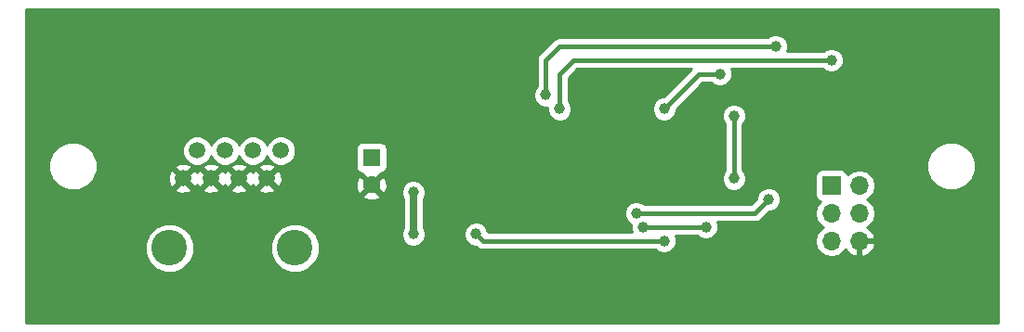
<source format=gbl>
G04 #@! TF.FileFunction,Copper,L2,Bot,Signal*
%FSLAX46Y46*%
G04 Gerber Fmt 4.6, Leading zero omitted, Abs format (unit mm)*
G04 Created by KiCad (PCBNEW 4.0.7-e2-6376~58~ubuntu17.04.1) date Mon Oct 30 22:15:39 2017*
%MOMM*%
%LPD*%
G01*
G04 APERTURE LIST*
%ADD10C,0.100000*%
%ADD11R,1.600000X1.600000*%
%ADD12C,1.600000*%
%ADD13C,3.250000*%
%ADD14C,1.500000*%
%ADD15R,1.700000X1.700000*%
%ADD16O,1.700000X1.700000*%
%ADD17C,1.000000*%
%ADD18C,0.635000*%
%ADD19C,0.381000*%
%ADD20C,0.240000*%
G04 APERTURE END LIST*
D10*
D11*
X139700000Y-109220000D03*
D12*
X139700000Y-111720000D03*
D13*
X132715000Y-117475000D03*
X121285000Y-117475000D03*
D14*
X131445000Y-108585000D03*
X130175000Y-111125000D03*
X128905000Y-108585000D03*
X127635000Y-111125000D03*
X126365000Y-108585000D03*
X125095000Y-111125000D03*
X123825000Y-108585000D03*
X122555000Y-111125000D03*
D15*
X181610000Y-111760000D03*
D16*
X184150000Y-111760000D03*
X181610000Y-114300000D03*
X184150000Y-114300000D03*
X181610000Y-116840000D03*
X184150000Y-116840000D03*
D17*
X143510000Y-116205000D03*
X143510000Y-112395000D03*
X175895000Y-113030000D03*
X163830000Y-114300000D03*
X128270000Y-100330000D03*
X129540000Y-100330000D03*
X128270000Y-99060000D03*
X129540000Y-99060000D03*
X164465000Y-106680000D03*
X161925000Y-111125000D03*
X145415000Y-109855000D03*
X158115000Y-115570000D03*
X154305000Y-115570000D03*
X153035000Y-115570000D03*
X176530000Y-99060000D03*
X155575000Y-103505000D03*
X181610000Y-100330000D03*
X156845000Y-104775000D03*
X172720000Y-111125000D03*
X172720000Y-105410000D03*
X171450000Y-101600000D03*
X166370000Y-104775000D03*
X149225000Y-116205000D03*
X166370000Y-116840000D03*
X170180000Y-115570000D03*
X164465000Y-115570000D03*
D18*
X143510000Y-112395000D02*
X143510000Y-116205000D01*
D19*
X175895000Y-113030000D02*
X174625000Y-114300000D01*
X170815000Y-114300000D02*
X163830000Y-114300000D01*
X170815000Y-114300000D02*
X174625000Y-114300000D01*
X176530000Y-99060000D02*
X176530000Y-99060000D01*
X156845000Y-99060000D02*
X176530000Y-99060000D01*
X155575000Y-100330000D02*
X156845000Y-99060000D01*
X155575000Y-103505000D02*
X155575000Y-100330000D01*
X156845000Y-101600000D02*
X158115000Y-100330000D01*
X158115000Y-100330000D02*
X181610000Y-100330000D01*
X156845000Y-104775000D02*
X156845000Y-101600000D01*
X172720000Y-111125000D02*
X172720000Y-105410000D01*
X169545000Y-101600000D02*
X171450000Y-101600000D01*
X166370000Y-104775000D02*
X169545000Y-101600000D01*
X166370000Y-116840000D02*
X149860000Y-116840000D01*
X149860000Y-116840000D02*
X149225000Y-116205000D01*
X170180000Y-115570000D02*
X164465000Y-115570000D01*
D20*
G36*
X196805000Y-124305000D02*
X108195000Y-124305000D01*
X108195000Y-117919599D01*
X119039611Y-117919599D01*
X119380672Y-118745029D01*
X120011649Y-119377108D01*
X120836483Y-119719609D01*
X121729599Y-119720389D01*
X122555029Y-119379328D01*
X123187108Y-118748351D01*
X123529609Y-117923517D01*
X123529612Y-117919599D01*
X130469611Y-117919599D01*
X130810672Y-118745029D01*
X131441649Y-119377108D01*
X132266483Y-119719609D01*
X133159599Y-119720389D01*
X133985029Y-119379328D01*
X134617108Y-118748351D01*
X134959609Y-117923517D01*
X134960389Y-117030401D01*
X134619328Y-116204971D01*
X133988351Y-115572892D01*
X133163517Y-115230391D01*
X132270401Y-115229611D01*
X131444971Y-115570672D01*
X130812892Y-116201649D01*
X130470391Y-117026483D01*
X130469611Y-117919599D01*
X123529612Y-117919599D01*
X123530389Y-117030401D01*
X123189328Y-116204971D01*
X122558351Y-115572892D01*
X121733517Y-115230391D01*
X120840401Y-115229611D01*
X120014971Y-115570672D01*
X119382892Y-116201649D01*
X119040391Y-117026483D01*
X119039611Y-117919599D01*
X108195000Y-117919599D01*
X108195000Y-112721451D01*
X138882396Y-112721451D01*
X138957603Y-112962990D01*
X139489786Y-113152476D01*
X140053973Y-113123881D01*
X140442397Y-112962990D01*
X140517604Y-112721451D01*
X140412957Y-112616804D01*
X142389806Y-112616804D01*
X142559957Y-113028600D01*
X142572500Y-113041165D01*
X142572500Y-115558327D01*
X142561064Y-115569743D01*
X142390195Y-115981241D01*
X142389806Y-116426804D01*
X142559957Y-116838600D01*
X142874743Y-117153936D01*
X143286241Y-117324805D01*
X143731804Y-117325194D01*
X144143600Y-117155043D01*
X144458936Y-116840257D01*
X144629805Y-116428759D01*
X144629806Y-116426804D01*
X148104806Y-116426804D01*
X148274957Y-116838600D01*
X148589743Y-117153936D01*
X149001241Y-117324805D01*
X149198757Y-117324977D01*
X149286890Y-117413110D01*
X149549835Y-117588804D01*
X149860000Y-117650500D01*
X165596548Y-117650500D01*
X165734743Y-117788936D01*
X166146241Y-117959805D01*
X166591804Y-117960194D01*
X167003600Y-117790043D01*
X167318936Y-117475257D01*
X167489805Y-117063759D01*
X167490194Y-116618196D01*
X167391980Y-116380500D01*
X169406548Y-116380500D01*
X169544743Y-116518936D01*
X169956241Y-116689805D01*
X170401804Y-116690194D01*
X170813600Y-116520043D01*
X171128936Y-116205257D01*
X171299805Y-115793759D01*
X171300194Y-115348196D01*
X171201980Y-115110500D01*
X174625000Y-115110500D01*
X174935165Y-115048804D01*
X175198110Y-114873110D01*
X175771220Y-114300000D01*
X180111201Y-114300000D01*
X180223098Y-114862545D01*
X180541754Y-115339447D01*
X180886801Y-115570000D01*
X180541754Y-115800553D01*
X180223098Y-116277455D01*
X180111201Y-116840000D01*
X180223098Y-117402545D01*
X180541754Y-117879447D01*
X181018656Y-118198103D01*
X181581201Y-118310000D01*
X181638799Y-118310000D01*
X182201344Y-118198103D01*
X182678246Y-117879447D01*
X182880947Y-117576084D01*
X182888985Y-117595492D01*
X183274088Y-118020553D01*
X183792541Y-118265886D01*
X184020000Y-118149250D01*
X184020000Y-116970000D01*
X184280000Y-116970000D01*
X184280000Y-118149250D01*
X184507459Y-118265886D01*
X185025912Y-118020553D01*
X185411015Y-117595492D01*
X185575876Y-117197457D01*
X185458558Y-116970000D01*
X184280000Y-116970000D01*
X184020000Y-116970000D01*
X184000000Y-116970000D01*
X184000000Y-116710000D01*
X184020000Y-116710000D01*
X184020000Y-116690000D01*
X184280000Y-116690000D01*
X184280000Y-116710000D01*
X185458558Y-116710000D01*
X185575876Y-116482543D01*
X185411015Y-116084508D01*
X185025912Y-115659447D01*
X184858145Y-115580059D01*
X185218246Y-115339447D01*
X185536902Y-114862545D01*
X185648799Y-114300000D01*
X185536902Y-113737455D01*
X185218246Y-113260553D01*
X184873199Y-113030000D01*
X185218246Y-112799447D01*
X185536902Y-112322545D01*
X185648799Y-111760000D01*
X185536902Y-111197455D01*
X185218246Y-110720553D01*
X184797843Y-110439648D01*
X190279616Y-110439648D01*
X190616879Y-111255886D01*
X191240829Y-111880927D01*
X192056477Y-112219613D01*
X192939648Y-112220384D01*
X193755886Y-111883121D01*
X194380927Y-111259171D01*
X194719613Y-110443523D01*
X194720384Y-109560352D01*
X194383121Y-108744114D01*
X193759171Y-108119073D01*
X192943523Y-107780387D01*
X192060352Y-107779616D01*
X191244114Y-108116879D01*
X190619073Y-108740829D01*
X190280387Y-109556477D01*
X190279616Y-110439648D01*
X184797843Y-110439648D01*
X184741344Y-110401897D01*
X184178799Y-110290000D01*
X184121201Y-110290000D01*
X183558656Y-110401897D01*
X183081754Y-110720553D01*
X183062048Y-110750045D01*
X183048914Y-110680242D01*
X182913127Y-110469223D01*
X182705940Y-110327658D01*
X182460000Y-110277854D01*
X180760000Y-110277854D01*
X180530242Y-110321086D01*
X180319223Y-110456873D01*
X180177658Y-110664060D01*
X180127854Y-110910000D01*
X180127854Y-112610000D01*
X180171086Y-112839758D01*
X180306873Y-113050777D01*
X180514060Y-113192342D01*
X180613655Y-113212510D01*
X180541754Y-113260553D01*
X180223098Y-113737455D01*
X180111201Y-114300000D01*
X175771220Y-114300000D01*
X175921197Y-114150023D01*
X176116804Y-114150194D01*
X176528600Y-113980043D01*
X176843936Y-113665257D01*
X177014805Y-113253759D01*
X177015194Y-112808196D01*
X176845043Y-112396400D01*
X176530257Y-112081064D01*
X176118759Y-111910195D01*
X175673196Y-111909806D01*
X175261400Y-112079957D01*
X174946064Y-112394743D01*
X174775195Y-112806241D01*
X174775023Y-113003757D01*
X174289280Y-113489500D01*
X164603452Y-113489500D01*
X164465257Y-113351064D01*
X164053759Y-113180195D01*
X163608196Y-113179806D01*
X163196400Y-113349957D01*
X162881064Y-113664743D01*
X162710195Y-114076241D01*
X162709806Y-114521804D01*
X162879957Y-114933600D01*
X163194743Y-115248936D01*
X163357531Y-115316532D01*
X163345195Y-115346241D01*
X163344806Y-115791804D01*
X163443020Y-116029500D01*
X150345154Y-116029500D01*
X150345194Y-115983196D01*
X150175043Y-115571400D01*
X149860257Y-115256064D01*
X149448759Y-115085195D01*
X149003196Y-115084806D01*
X148591400Y-115254957D01*
X148276064Y-115569743D01*
X148105195Y-115981241D01*
X148104806Y-116426804D01*
X144629806Y-116426804D01*
X144630194Y-115983196D01*
X144460043Y-115571400D01*
X144447500Y-115558835D01*
X144447500Y-113041673D01*
X144458936Y-113030257D01*
X144629805Y-112618759D01*
X144630194Y-112173196D01*
X144460043Y-111761400D01*
X144145257Y-111446064D01*
X143733759Y-111275195D01*
X143288196Y-111274806D01*
X142876400Y-111444957D01*
X142561064Y-111759743D01*
X142390195Y-112171241D01*
X142389806Y-112616804D01*
X140412957Y-112616804D01*
X139700000Y-111903848D01*
X138882396Y-112721451D01*
X108195000Y-112721451D01*
X108195000Y-110439648D01*
X110279616Y-110439648D01*
X110616879Y-111255886D01*
X111240829Y-111880927D01*
X112056477Y-112219613D01*
X112939648Y-112220384D01*
X113254685Y-112090213D01*
X121773635Y-112090213D01*
X121842694Y-112326575D01*
X122356737Y-112507698D01*
X122900964Y-112478318D01*
X123267306Y-112326575D01*
X123336365Y-112090213D01*
X124313635Y-112090213D01*
X124382694Y-112326575D01*
X124896737Y-112507698D01*
X125440964Y-112478318D01*
X125807306Y-112326575D01*
X125876365Y-112090213D01*
X126853635Y-112090213D01*
X126922694Y-112326575D01*
X127436737Y-112507698D01*
X127980964Y-112478318D01*
X128347306Y-112326575D01*
X128416365Y-112090213D01*
X129393635Y-112090213D01*
X129462694Y-112326575D01*
X129976737Y-112507698D01*
X130520964Y-112478318D01*
X130887306Y-112326575D01*
X130956365Y-112090213D01*
X130175000Y-111308848D01*
X129393635Y-112090213D01*
X128416365Y-112090213D01*
X127635000Y-111308848D01*
X126853635Y-112090213D01*
X125876365Y-112090213D01*
X125095000Y-111308848D01*
X124313635Y-112090213D01*
X123336365Y-112090213D01*
X122555000Y-111308848D01*
X121773635Y-112090213D01*
X113254685Y-112090213D01*
X113755886Y-111883121D01*
X114380927Y-111259171D01*
X114518965Y-110926737D01*
X121172302Y-110926737D01*
X121201682Y-111470964D01*
X121353425Y-111837306D01*
X121589787Y-111906365D01*
X122371152Y-111125000D01*
X122738848Y-111125000D01*
X123520213Y-111906365D01*
X123756575Y-111837306D01*
X123819478Y-111658781D01*
X123893425Y-111837306D01*
X124129787Y-111906365D01*
X124911152Y-111125000D01*
X125278848Y-111125000D01*
X126060213Y-111906365D01*
X126296575Y-111837306D01*
X126359478Y-111658781D01*
X126433425Y-111837306D01*
X126669787Y-111906365D01*
X127451152Y-111125000D01*
X127818848Y-111125000D01*
X128600213Y-111906365D01*
X128836575Y-111837306D01*
X128899478Y-111658781D01*
X128973425Y-111837306D01*
X129209787Y-111906365D01*
X129991152Y-111125000D01*
X130358848Y-111125000D01*
X131140213Y-111906365D01*
X131376575Y-111837306D01*
X131491976Y-111509786D01*
X138267524Y-111509786D01*
X138296119Y-112073973D01*
X138457010Y-112462397D01*
X138698549Y-112537604D01*
X139516152Y-111720000D01*
X139883848Y-111720000D01*
X140701451Y-112537604D01*
X140942990Y-112462397D01*
X141132476Y-111930214D01*
X141103881Y-111366027D01*
X140942990Y-110977603D01*
X140701451Y-110902396D01*
X139883848Y-111720000D01*
X139516152Y-111720000D01*
X138698549Y-110902396D01*
X138457010Y-110977603D01*
X138267524Y-111509786D01*
X131491976Y-111509786D01*
X131557698Y-111323263D01*
X131528318Y-110779036D01*
X131376575Y-110412694D01*
X131140213Y-110343635D01*
X130358848Y-111125000D01*
X129991152Y-111125000D01*
X129209787Y-110343635D01*
X128973425Y-110412694D01*
X128910522Y-110591219D01*
X128836575Y-110412694D01*
X128600213Y-110343635D01*
X127818848Y-111125000D01*
X127451152Y-111125000D01*
X126669787Y-110343635D01*
X126433425Y-110412694D01*
X126370522Y-110591219D01*
X126296575Y-110412694D01*
X126060213Y-110343635D01*
X125278848Y-111125000D01*
X124911152Y-111125000D01*
X124129787Y-110343635D01*
X123893425Y-110412694D01*
X123830522Y-110591219D01*
X123756575Y-110412694D01*
X123520213Y-110343635D01*
X122738848Y-111125000D01*
X122371152Y-111125000D01*
X121589787Y-110343635D01*
X121353425Y-110412694D01*
X121172302Y-110926737D01*
X114518965Y-110926737D01*
X114719613Y-110443523D01*
X114719860Y-110159787D01*
X121773635Y-110159787D01*
X122555000Y-110941152D01*
X123336365Y-110159787D01*
X124313635Y-110159787D01*
X125095000Y-110941152D01*
X125876365Y-110159787D01*
X126853635Y-110159787D01*
X127635000Y-110941152D01*
X128416365Y-110159787D01*
X129393635Y-110159787D01*
X130175000Y-110941152D01*
X130956365Y-110159787D01*
X130887306Y-109923425D01*
X130373263Y-109742302D01*
X129829036Y-109771682D01*
X129462694Y-109923425D01*
X129393635Y-110159787D01*
X128416365Y-110159787D01*
X128347306Y-109923425D01*
X127833263Y-109742302D01*
X127289036Y-109771682D01*
X126922694Y-109923425D01*
X126853635Y-110159787D01*
X125876365Y-110159787D01*
X125807306Y-109923425D01*
X125293263Y-109742302D01*
X124749036Y-109771682D01*
X124382694Y-109923425D01*
X124313635Y-110159787D01*
X123336365Y-110159787D01*
X123267306Y-109923425D01*
X122753263Y-109742302D01*
X122209036Y-109771682D01*
X121842694Y-109923425D01*
X121773635Y-110159787D01*
X114719860Y-110159787D01*
X114720384Y-109560352D01*
X114429482Y-108856314D01*
X122454763Y-108856314D01*
X122662893Y-109360029D01*
X123047944Y-109745752D01*
X123551295Y-109954762D01*
X124096314Y-109955237D01*
X124600029Y-109747107D01*
X124985752Y-109362056D01*
X125095011Y-109098933D01*
X125202893Y-109360029D01*
X125587944Y-109745752D01*
X126091295Y-109954762D01*
X126636314Y-109955237D01*
X127140029Y-109747107D01*
X127525752Y-109362056D01*
X127635011Y-109098933D01*
X127742893Y-109360029D01*
X128127944Y-109745752D01*
X128631295Y-109954762D01*
X129176314Y-109955237D01*
X129680029Y-109747107D01*
X130065752Y-109362056D01*
X130175011Y-109098933D01*
X130282893Y-109360029D01*
X130667944Y-109745752D01*
X131171295Y-109954762D01*
X131716314Y-109955237D01*
X132220029Y-109747107D01*
X132605752Y-109362056D01*
X132814762Y-108858705D01*
X132815144Y-108420000D01*
X138267854Y-108420000D01*
X138267854Y-110020000D01*
X138311086Y-110249758D01*
X138446873Y-110460777D01*
X138654060Y-110602342D01*
X138900000Y-110652146D01*
X138903072Y-110652146D01*
X138882396Y-110718549D01*
X139700000Y-111536152D01*
X140517604Y-110718549D01*
X140496928Y-110652146D01*
X140500000Y-110652146D01*
X140729758Y-110608914D01*
X140940777Y-110473127D01*
X141082342Y-110265940D01*
X141132146Y-110020000D01*
X141132146Y-108420000D01*
X141088914Y-108190242D01*
X140953127Y-107979223D01*
X140745940Y-107837658D01*
X140500000Y-107787854D01*
X138900000Y-107787854D01*
X138670242Y-107831086D01*
X138459223Y-107966873D01*
X138317658Y-108174060D01*
X138267854Y-108420000D01*
X132815144Y-108420000D01*
X132815237Y-108313686D01*
X132607107Y-107809971D01*
X132222056Y-107424248D01*
X131718705Y-107215238D01*
X131173686Y-107214763D01*
X130669971Y-107422893D01*
X130284248Y-107807944D01*
X130174989Y-108071067D01*
X130067107Y-107809971D01*
X129682056Y-107424248D01*
X129178705Y-107215238D01*
X128633686Y-107214763D01*
X128129971Y-107422893D01*
X127744248Y-107807944D01*
X127634989Y-108071067D01*
X127527107Y-107809971D01*
X127142056Y-107424248D01*
X126638705Y-107215238D01*
X126093686Y-107214763D01*
X125589971Y-107422893D01*
X125204248Y-107807944D01*
X125094989Y-108071067D01*
X124987107Y-107809971D01*
X124602056Y-107424248D01*
X124098705Y-107215238D01*
X123553686Y-107214763D01*
X123049971Y-107422893D01*
X122664248Y-107807944D01*
X122455238Y-108311295D01*
X122454763Y-108856314D01*
X114429482Y-108856314D01*
X114383121Y-108744114D01*
X113759171Y-108119073D01*
X112943523Y-107780387D01*
X112060352Y-107779616D01*
X111244114Y-108116879D01*
X110619073Y-108740829D01*
X110280387Y-109556477D01*
X110279616Y-110439648D01*
X108195000Y-110439648D01*
X108195000Y-103726804D01*
X154454806Y-103726804D01*
X154624957Y-104138600D01*
X154939743Y-104453936D01*
X155351241Y-104624805D01*
X155725130Y-104625131D01*
X155724806Y-104996804D01*
X155894957Y-105408600D01*
X156209743Y-105723936D01*
X156621241Y-105894805D01*
X157066804Y-105895194D01*
X157478600Y-105725043D01*
X157793936Y-105410257D01*
X157964805Y-104998759D01*
X157965194Y-104553196D01*
X157795043Y-104141400D01*
X157655500Y-104001613D01*
X157655500Y-101935720D01*
X158450720Y-101140500D01*
X168858280Y-101140500D01*
X166343803Y-103654977D01*
X166148196Y-103654806D01*
X165736400Y-103824957D01*
X165421064Y-104139743D01*
X165250195Y-104551241D01*
X165249806Y-104996804D01*
X165419957Y-105408600D01*
X165734743Y-105723936D01*
X166146241Y-105894805D01*
X166591804Y-105895194D01*
X167003600Y-105725043D01*
X167097001Y-105631804D01*
X171599806Y-105631804D01*
X171769957Y-106043600D01*
X171909500Y-106183387D01*
X171909500Y-110351548D01*
X171771064Y-110489743D01*
X171600195Y-110901241D01*
X171599806Y-111346804D01*
X171769957Y-111758600D01*
X172084743Y-112073936D01*
X172496241Y-112244805D01*
X172941804Y-112245194D01*
X173353600Y-112075043D01*
X173668936Y-111760257D01*
X173839805Y-111348759D01*
X173840194Y-110903196D01*
X173670043Y-110491400D01*
X173530500Y-110351613D01*
X173530500Y-106183452D01*
X173668936Y-106045257D01*
X173839805Y-105633759D01*
X173840194Y-105188196D01*
X173670043Y-104776400D01*
X173355257Y-104461064D01*
X172943759Y-104290195D01*
X172498196Y-104289806D01*
X172086400Y-104459957D01*
X171771064Y-104774743D01*
X171600195Y-105186241D01*
X171599806Y-105631804D01*
X167097001Y-105631804D01*
X167318936Y-105410257D01*
X167489805Y-104998759D01*
X167489977Y-104801243D01*
X169880720Y-102410500D01*
X170676548Y-102410500D01*
X170814743Y-102548936D01*
X171226241Y-102719805D01*
X171671804Y-102720194D01*
X172083600Y-102550043D01*
X172398936Y-102235257D01*
X172569805Y-101823759D01*
X172570194Y-101378196D01*
X172471980Y-101140500D01*
X180836548Y-101140500D01*
X180974743Y-101278936D01*
X181386241Y-101449805D01*
X181831804Y-101450194D01*
X182243600Y-101280043D01*
X182558936Y-100965257D01*
X182729805Y-100553759D01*
X182730194Y-100108196D01*
X182560043Y-99696400D01*
X182245257Y-99381064D01*
X181833759Y-99210195D01*
X181388196Y-99209806D01*
X180976400Y-99379957D01*
X180836613Y-99519500D01*
X177551917Y-99519500D01*
X177649805Y-99283759D01*
X177650194Y-98838196D01*
X177480043Y-98426400D01*
X177165257Y-98111064D01*
X176753759Y-97940195D01*
X176308196Y-97939806D01*
X175896400Y-98109957D01*
X175756613Y-98249500D01*
X156845000Y-98249500D01*
X156534835Y-98311196D01*
X156271890Y-98486890D01*
X155001890Y-99756890D01*
X154826196Y-100019835D01*
X154764500Y-100330000D01*
X154764500Y-102731548D01*
X154626064Y-102869743D01*
X154455195Y-103281241D01*
X154454806Y-103726804D01*
X108195000Y-103726804D01*
X108195000Y-95695000D01*
X196805000Y-95695000D01*
X196805000Y-124305000D01*
X196805000Y-124305000D01*
G37*
X196805000Y-124305000D02*
X108195000Y-124305000D01*
X108195000Y-117919599D01*
X119039611Y-117919599D01*
X119380672Y-118745029D01*
X120011649Y-119377108D01*
X120836483Y-119719609D01*
X121729599Y-119720389D01*
X122555029Y-119379328D01*
X123187108Y-118748351D01*
X123529609Y-117923517D01*
X123529612Y-117919599D01*
X130469611Y-117919599D01*
X130810672Y-118745029D01*
X131441649Y-119377108D01*
X132266483Y-119719609D01*
X133159599Y-119720389D01*
X133985029Y-119379328D01*
X134617108Y-118748351D01*
X134959609Y-117923517D01*
X134960389Y-117030401D01*
X134619328Y-116204971D01*
X133988351Y-115572892D01*
X133163517Y-115230391D01*
X132270401Y-115229611D01*
X131444971Y-115570672D01*
X130812892Y-116201649D01*
X130470391Y-117026483D01*
X130469611Y-117919599D01*
X123529612Y-117919599D01*
X123530389Y-117030401D01*
X123189328Y-116204971D01*
X122558351Y-115572892D01*
X121733517Y-115230391D01*
X120840401Y-115229611D01*
X120014971Y-115570672D01*
X119382892Y-116201649D01*
X119040391Y-117026483D01*
X119039611Y-117919599D01*
X108195000Y-117919599D01*
X108195000Y-112721451D01*
X138882396Y-112721451D01*
X138957603Y-112962990D01*
X139489786Y-113152476D01*
X140053973Y-113123881D01*
X140442397Y-112962990D01*
X140517604Y-112721451D01*
X140412957Y-112616804D01*
X142389806Y-112616804D01*
X142559957Y-113028600D01*
X142572500Y-113041165D01*
X142572500Y-115558327D01*
X142561064Y-115569743D01*
X142390195Y-115981241D01*
X142389806Y-116426804D01*
X142559957Y-116838600D01*
X142874743Y-117153936D01*
X143286241Y-117324805D01*
X143731804Y-117325194D01*
X144143600Y-117155043D01*
X144458936Y-116840257D01*
X144629805Y-116428759D01*
X144629806Y-116426804D01*
X148104806Y-116426804D01*
X148274957Y-116838600D01*
X148589743Y-117153936D01*
X149001241Y-117324805D01*
X149198757Y-117324977D01*
X149286890Y-117413110D01*
X149549835Y-117588804D01*
X149860000Y-117650500D01*
X165596548Y-117650500D01*
X165734743Y-117788936D01*
X166146241Y-117959805D01*
X166591804Y-117960194D01*
X167003600Y-117790043D01*
X167318936Y-117475257D01*
X167489805Y-117063759D01*
X167490194Y-116618196D01*
X167391980Y-116380500D01*
X169406548Y-116380500D01*
X169544743Y-116518936D01*
X169956241Y-116689805D01*
X170401804Y-116690194D01*
X170813600Y-116520043D01*
X171128936Y-116205257D01*
X171299805Y-115793759D01*
X171300194Y-115348196D01*
X171201980Y-115110500D01*
X174625000Y-115110500D01*
X174935165Y-115048804D01*
X175198110Y-114873110D01*
X175771220Y-114300000D01*
X180111201Y-114300000D01*
X180223098Y-114862545D01*
X180541754Y-115339447D01*
X180886801Y-115570000D01*
X180541754Y-115800553D01*
X180223098Y-116277455D01*
X180111201Y-116840000D01*
X180223098Y-117402545D01*
X180541754Y-117879447D01*
X181018656Y-118198103D01*
X181581201Y-118310000D01*
X181638799Y-118310000D01*
X182201344Y-118198103D01*
X182678246Y-117879447D01*
X182880947Y-117576084D01*
X182888985Y-117595492D01*
X183274088Y-118020553D01*
X183792541Y-118265886D01*
X184020000Y-118149250D01*
X184020000Y-116970000D01*
X184280000Y-116970000D01*
X184280000Y-118149250D01*
X184507459Y-118265886D01*
X185025912Y-118020553D01*
X185411015Y-117595492D01*
X185575876Y-117197457D01*
X185458558Y-116970000D01*
X184280000Y-116970000D01*
X184020000Y-116970000D01*
X184000000Y-116970000D01*
X184000000Y-116710000D01*
X184020000Y-116710000D01*
X184020000Y-116690000D01*
X184280000Y-116690000D01*
X184280000Y-116710000D01*
X185458558Y-116710000D01*
X185575876Y-116482543D01*
X185411015Y-116084508D01*
X185025912Y-115659447D01*
X184858145Y-115580059D01*
X185218246Y-115339447D01*
X185536902Y-114862545D01*
X185648799Y-114300000D01*
X185536902Y-113737455D01*
X185218246Y-113260553D01*
X184873199Y-113030000D01*
X185218246Y-112799447D01*
X185536902Y-112322545D01*
X185648799Y-111760000D01*
X185536902Y-111197455D01*
X185218246Y-110720553D01*
X184797843Y-110439648D01*
X190279616Y-110439648D01*
X190616879Y-111255886D01*
X191240829Y-111880927D01*
X192056477Y-112219613D01*
X192939648Y-112220384D01*
X193755886Y-111883121D01*
X194380927Y-111259171D01*
X194719613Y-110443523D01*
X194720384Y-109560352D01*
X194383121Y-108744114D01*
X193759171Y-108119073D01*
X192943523Y-107780387D01*
X192060352Y-107779616D01*
X191244114Y-108116879D01*
X190619073Y-108740829D01*
X190280387Y-109556477D01*
X190279616Y-110439648D01*
X184797843Y-110439648D01*
X184741344Y-110401897D01*
X184178799Y-110290000D01*
X184121201Y-110290000D01*
X183558656Y-110401897D01*
X183081754Y-110720553D01*
X183062048Y-110750045D01*
X183048914Y-110680242D01*
X182913127Y-110469223D01*
X182705940Y-110327658D01*
X182460000Y-110277854D01*
X180760000Y-110277854D01*
X180530242Y-110321086D01*
X180319223Y-110456873D01*
X180177658Y-110664060D01*
X180127854Y-110910000D01*
X180127854Y-112610000D01*
X180171086Y-112839758D01*
X180306873Y-113050777D01*
X180514060Y-113192342D01*
X180613655Y-113212510D01*
X180541754Y-113260553D01*
X180223098Y-113737455D01*
X180111201Y-114300000D01*
X175771220Y-114300000D01*
X175921197Y-114150023D01*
X176116804Y-114150194D01*
X176528600Y-113980043D01*
X176843936Y-113665257D01*
X177014805Y-113253759D01*
X177015194Y-112808196D01*
X176845043Y-112396400D01*
X176530257Y-112081064D01*
X176118759Y-111910195D01*
X175673196Y-111909806D01*
X175261400Y-112079957D01*
X174946064Y-112394743D01*
X174775195Y-112806241D01*
X174775023Y-113003757D01*
X174289280Y-113489500D01*
X164603452Y-113489500D01*
X164465257Y-113351064D01*
X164053759Y-113180195D01*
X163608196Y-113179806D01*
X163196400Y-113349957D01*
X162881064Y-113664743D01*
X162710195Y-114076241D01*
X162709806Y-114521804D01*
X162879957Y-114933600D01*
X163194743Y-115248936D01*
X163357531Y-115316532D01*
X163345195Y-115346241D01*
X163344806Y-115791804D01*
X163443020Y-116029500D01*
X150345154Y-116029500D01*
X150345194Y-115983196D01*
X150175043Y-115571400D01*
X149860257Y-115256064D01*
X149448759Y-115085195D01*
X149003196Y-115084806D01*
X148591400Y-115254957D01*
X148276064Y-115569743D01*
X148105195Y-115981241D01*
X148104806Y-116426804D01*
X144629806Y-116426804D01*
X144630194Y-115983196D01*
X144460043Y-115571400D01*
X144447500Y-115558835D01*
X144447500Y-113041673D01*
X144458936Y-113030257D01*
X144629805Y-112618759D01*
X144630194Y-112173196D01*
X144460043Y-111761400D01*
X144145257Y-111446064D01*
X143733759Y-111275195D01*
X143288196Y-111274806D01*
X142876400Y-111444957D01*
X142561064Y-111759743D01*
X142390195Y-112171241D01*
X142389806Y-112616804D01*
X140412957Y-112616804D01*
X139700000Y-111903848D01*
X138882396Y-112721451D01*
X108195000Y-112721451D01*
X108195000Y-110439648D01*
X110279616Y-110439648D01*
X110616879Y-111255886D01*
X111240829Y-111880927D01*
X112056477Y-112219613D01*
X112939648Y-112220384D01*
X113254685Y-112090213D01*
X121773635Y-112090213D01*
X121842694Y-112326575D01*
X122356737Y-112507698D01*
X122900964Y-112478318D01*
X123267306Y-112326575D01*
X123336365Y-112090213D01*
X124313635Y-112090213D01*
X124382694Y-112326575D01*
X124896737Y-112507698D01*
X125440964Y-112478318D01*
X125807306Y-112326575D01*
X125876365Y-112090213D01*
X126853635Y-112090213D01*
X126922694Y-112326575D01*
X127436737Y-112507698D01*
X127980964Y-112478318D01*
X128347306Y-112326575D01*
X128416365Y-112090213D01*
X129393635Y-112090213D01*
X129462694Y-112326575D01*
X129976737Y-112507698D01*
X130520964Y-112478318D01*
X130887306Y-112326575D01*
X130956365Y-112090213D01*
X130175000Y-111308848D01*
X129393635Y-112090213D01*
X128416365Y-112090213D01*
X127635000Y-111308848D01*
X126853635Y-112090213D01*
X125876365Y-112090213D01*
X125095000Y-111308848D01*
X124313635Y-112090213D01*
X123336365Y-112090213D01*
X122555000Y-111308848D01*
X121773635Y-112090213D01*
X113254685Y-112090213D01*
X113755886Y-111883121D01*
X114380927Y-111259171D01*
X114518965Y-110926737D01*
X121172302Y-110926737D01*
X121201682Y-111470964D01*
X121353425Y-111837306D01*
X121589787Y-111906365D01*
X122371152Y-111125000D01*
X122738848Y-111125000D01*
X123520213Y-111906365D01*
X123756575Y-111837306D01*
X123819478Y-111658781D01*
X123893425Y-111837306D01*
X124129787Y-111906365D01*
X124911152Y-111125000D01*
X125278848Y-111125000D01*
X126060213Y-111906365D01*
X126296575Y-111837306D01*
X126359478Y-111658781D01*
X126433425Y-111837306D01*
X126669787Y-111906365D01*
X127451152Y-111125000D01*
X127818848Y-111125000D01*
X128600213Y-111906365D01*
X128836575Y-111837306D01*
X128899478Y-111658781D01*
X128973425Y-111837306D01*
X129209787Y-111906365D01*
X129991152Y-111125000D01*
X130358848Y-111125000D01*
X131140213Y-111906365D01*
X131376575Y-111837306D01*
X131491976Y-111509786D01*
X138267524Y-111509786D01*
X138296119Y-112073973D01*
X138457010Y-112462397D01*
X138698549Y-112537604D01*
X139516152Y-111720000D01*
X139883848Y-111720000D01*
X140701451Y-112537604D01*
X140942990Y-112462397D01*
X141132476Y-111930214D01*
X141103881Y-111366027D01*
X140942990Y-110977603D01*
X140701451Y-110902396D01*
X139883848Y-111720000D01*
X139516152Y-111720000D01*
X138698549Y-110902396D01*
X138457010Y-110977603D01*
X138267524Y-111509786D01*
X131491976Y-111509786D01*
X131557698Y-111323263D01*
X131528318Y-110779036D01*
X131376575Y-110412694D01*
X131140213Y-110343635D01*
X130358848Y-111125000D01*
X129991152Y-111125000D01*
X129209787Y-110343635D01*
X128973425Y-110412694D01*
X128910522Y-110591219D01*
X128836575Y-110412694D01*
X128600213Y-110343635D01*
X127818848Y-111125000D01*
X127451152Y-111125000D01*
X126669787Y-110343635D01*
X126433425Y-110412694D01*
X126370522Y-110591219D01*
X126296575Y-110412694D01*
X126060213Y-110343635D01*
X125278848Y-111125000D01*
X124911152Y-111125000D01*
X124129787Y-110343635D01*
X123893425Y-110412694D01*
X123830522Y-110591219D01*
X123756575Y-110412694D01*
X123520213Y-110343635D01*
X122738848Y-111125000D01*
X122371152Y-111125000D01*
X121589787Y-110343635D01*
X121353425Y-110412694D01*
X121172302Y-110926737D01*
X114518965Y-110926737D01*
X114719613Y-110443523D01*
X114719860Y-110159787D01*
X121773635Y-110159787D01*
X122555000Y-110941152D01*
X123336365Y-110159787D01*
X124313635Y-110159787D01*
X125095000Y-110941152D01*
X125876365Y-110159787D01*
X126853635Y-110159787D01*
X127635000Y-110941152D01*
X128416365Y-110159787D01*
X129393635Y-110159787D01*
X130175000Y-110941152D01*
X130956365Y-110159787D01*
X130887306Y-109923425D01*
X130373263Y-109742302D01*
X129829036Y-109771682D01*
X129462694Y-109923425D01*
X129393635Y-110159787D01*
X128416365Y-110159787D01*
X128347306Y-109923425D01*
X127833263Y-109742302D01*
X127289036Y-109771682D01*
X126922694Y-109923425D01*
X126853635Y-110159787D01*
X125876365Y-110159787D01*
X125807306Y-109923425D01*
X125293263Y-109742302D01*
X124749036Y-109771682D01*
X124382694Y-109923425D01*
X124313635Y-110159787D01*
X123336365Y-110159787D01*
X123267306Y-109923425D01*
X122753263Y-109742302D01*
X122209036Y-109771682D01*
X121842694Y-109923425D01*
X121773635Y-110159787D01*
X114719860Y-110159787D01*
X114720384Y-109560352D01*
X114429482Y-108856314D01*
X122454763Y-108856314D01*
X122662893Y-109360029D01*
X123047944Y-109745752D01*
X123551295Y-109954762D01*
X124096314Y-109955237D01*
X124600029Y-109747107D01*
X124985752Y-109362056D01*
X125095011Y-109098933D01*
X125202893Y-109360029D01*
X125587944Y-109745752D01*
X126091295Y-109954762D01*
X126636314Y-109955237D01*
X127140029Y-109747107D01*
X127525752Y-109362056D01*
X127635011Y-109098933D01*
X127742893Y-109360029D01*
X128127944Y-109745752D01*
X128631295Y-109954762D01*
X129176314Y-109955237D01*
X129680029Y-109747107D01*
X130065752Y-109362056D01*
X130175011Y-109098933D01*
X130282893Y-109360029D01*
X130667944Y-109745752D01*
X131171295Y-109954762D01*
X131716314Y-109955237D01*
X132220029Y-109747107D01*
X132605752Y-109362056D01*
X132814762Y-108858705D01*
X132815144Y-108420000D01*
X138267854Y-108420000D01*
X138267854Y-110020000D01*
X138311086Y-110249758D01*
X138446873Y-110460777D01*
X138654060Y-110602342D01*
X138900000Y-110652146D01*
X138903072Y-110652146D01*
X138882396Y-110718549D01*
X139700000Y-111536152D01*
X140517604Y-110718549D01*
X140496928Y-110652146D01*
X140500000Y-110652146D01*
X140729758Y-110608914D01*
X140940777Y-110473127D01*
X141082342Y-110265940D01*
X141132146Y-110020000D01*
X141132146Y-108420000D01*
X141088914Y-108190242D01*
X140953127Y-107979223D01*
X140745940Y-107837658D01*
X140500000Y-107787854D01*
X138900000Y-107787854D01*
X138670242Y-107831086D01*
X138459223Y-107966873D01*
X138317658Y-108174060D01*
X138267854Y-108420000D01*
X132815144Y-108420000D01*
X132815237Y-108313686D01*
X132607107Y-107809971D01*
X132222056Y-107424248D01*
X131718705Y-107215238D01*
X131173686Y-107214763D01*
X130669971Y-107422893D01*
X130284248Y-107807944D01*
X130174989Y-108071067D01*
X130067107Y-107809971D01*
X129682056Y-107424248D01*
X129178705Y-107215238D01*
X128633686Y-107214763D01*
X128129971Y-107422893D01*
X127744248Y-107807944D01*
X127634989Y-108071067D01*
X127527107Y-107809971D01*
X127142056Y-107424248D01*
X126638705Y-107215238D01*
X126093686Y-107214763D01*
X125589971Y-107422893D01*
X125204248Y-107807944D01*
X125094989Y-108071067D01*
X124987107Y-107809971D01*
X124602056Y-107424248D01*
X124098705Y-107215238D01*
X123553686Y-107214763D01*
X123049971Y-107422893D01*
X122664248Y-107807944D01*
X122455238Y-108311295D01*
X122454763Y-108856314D01*
X114429482Y-108856314D01*
X114383121Y-108744114D01*
X113759171Y-108119073D01*
X112943523Y-107780387D01*
X112060352Y-107779616D01*
X111244114Y-108116879D01*
X110619073Y-108740829D01*
X110280387Y-109556477D01*
X110279616Y-110439648D01*
X108195000Y-110439648D01*
X108195000Y-103726804D01*
X154454806Y-103726804D01*
X154624957Y-104138600D01*
X154939743Y-104453936D01*
X155351241Y-104624805D01*
X155725130Y-104625131D01*
X155724806Y-104996804D01*
X155894957Y-105408600D01*
X156209743Y-105723936D01*
X156621241Y-105894805D01*
X157066804Y-105895194D01*
X157478600Y-105725043D01*
X157793936Y-105410257D01*
X157964805Y-104998759D01*
X157965194Y-104553196D01*
X157795043Y-104141400D01*
X157655500Y-104001613D01*
X157655500Y-101935720D01*
X158450720Y-101140500D01*
X168858280Y-101140500D01*
X166343803Y-103654977D01*
X166148196Y-103654806D01*
X165736400Y-103824957D01*
X165421064Y-104139743D01*
X165250195Y-104551241D01*
X165249806Y-104996804D01*
X165419957Y-105408600D01*
X165734743Y-105723936D01*
X166146241Y-105894805D01*
X166591804Y-105895194D01*
X167003600Y-105725043D01*
X167097001Y-105631804D01*
X171599806Y-105631804D01*
X171769957Y-106043600D01*
X171909500Y-106183387D01*
X171909500Y-110351548D01*
X171771064Y-110489743D01*
X171600195Y-110901241D01*
X171599806Y-111346804D01*
X171769957Y-111758600D01*
X172084743Y-112073936D01*
X172496241Y-112244805D01*
X172941804Y-112245194D01*
X173353600Y-112075043D01*
X173668936Y-111760257D01*
X173839805Y-111348759D01*
X173840194Y-110903196D01*
X173670043Y-110491400D01*
X173530500Y-110351613D01*
X173530500Y-106183452D01*
X173668936Y-106045257D01*
X173839805Y-105633759D01*
X173840194Y-105188196D01*
X173670043Y-104776400D01*
X173355257Y-104461064D01*
X172943759Y-104290195D01*
X172498196Y-104289806D01*
X172086400Y-104459957D01*
X171771064Y-104774743D01*
X171600195Y-105186241D01*
X171599806Y-105631804D01*
X167097001Y-105631804D01*
X167318936Y-105410257D01*
X167489805Y-104998759D01*
X167489977Y-104801243D01*
X169880720Y-102410500D01*
X170676548Y-102410500D01*
X170814743Y-102548936D01*
X171226241Y-102719805D01*
X171671804Y-102720194D01*
X172083600Y-102550043D01*
X172398936Y-102235257D01*
X172569805Y-101823759D01*
X172570194Y-101378196D01*
X172471980Y-101140500D01*
X180836548Y-101140500D01*
X180974743Y-101278936D01*
X181386241Y-101449805D01*
X181831804Y-101450194D01*
X182243600Y-101280043D01*
X182558936Y-100965257D01*
X182729805Y-100553759D01*
X182730194Y-100108196D01*
X182560043Y-99696400D01*
X182245257Y-99381064D01*
X181833759Y-99210195D01*
X181388196Y-99209806D01*
X180976400Y-99379957D01*
X180836613Y-99519500D01*
X177551917Y-99519500D01*
X177649805Y-99283759D01*
X177650194Y-98838196D01*
X177480043Y-98426400D01*
X177165257Y-98111064D01*
X176753759Y-97940195D01*
X176308196Y-97939806D01*
X175896400Y-98109957D01*
X175756613Y-98249500D01*
X156845000Y-98249500D01*
X156534835Y-98311196D01*
X156271890Y-98486890D01*
X155001890Y-99756890D01*
X154826196Y-100019835D01*
X154764500Y-100330000D01*
X154764500Y-102731548D01*
X154626064Y-102869743D01*
X154455195Y-103281241D01*
X154454806Y-103726804D01*
X108195000Y-103726804D01*
X108195000Y-95695000D01*
X196805000Y-95695000D01*
X196805000Y-124305000D01*
M02*

</source>
